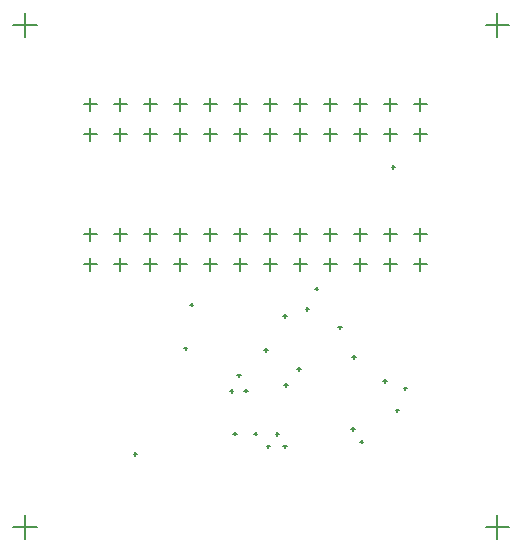
<source format=gbr>
%TF.GenerationSoftware,Altium Limited,Altium Designer,23.2.1 (34)*%
G04 Layer_Color=128*
%FSLAX45Y45*%
%MOMM*%
%TF.SameCoordinates,7D16A08E-AD26-414A-B05A-F9FA4662990C*%
%TF.FilePolarity,Positive*%
%TF.FileFunction,Drillmap*%
%TF.Part,Single*%
G01*
G75*
%TA.AperFunction,NonConductor*%
%ADD38C,0.12700*%
D38*
X6042006Y6332382D02*
X6152006D01*
X6097006Y6277382D02*
Y6387382D01*
X5788006Y6332382D02*
X5898006D01*
X5843006Y6277382D02*
Y6387382D01*
X6042006Y6078382D02*
X6152006D01*
X6097006Y6023382D02*
Y6133382D01*
X5788006Y6078382D02*
X5898006D01*
X5843006Y6023382D02*
Y6133382D01*
X5280006Y6332382D02*
X5390006D01*
X5335006Y6277382D02*
Y6387382D01*
X5280006Y6078382D02*
X5390006D01*
X5335006Y6023382D02*
Y6133382D01*
X4772006Y6332382D02*
X4882006D01*
X4827006Y6277382D02*
Y6387382D01*
X4772006Y6078382D02*
X4882006D01*
X4827006Y6023382D02*
Y6133382D01*
X4010006Y6332382D02*
X4120006D01*
X4065006Y6277382D02*
Y6387382D01*
X4010006Y6078382D02*
X4120006D01*
X4065006Y6023382D02*
Y6133382D01*
X3756006Y6332382D02*
X3866006D01*
X3811006Y6277382D02*
Y6387382D01*
X3756006Y6078382D02*
X3866006D01*
X3811006Y6023382D02*
Y6133382D01*
X3248006Y6078382D02*
X3358006D01*
X3303006Y6023382D02*
Y6133382D01*
X3248006Y6332382D02*
X3358006D01*
X3303006Y6277382D02*
Y6387382D01*
X3502006Y6078382D02*
X3612006D01*
X3557006Y6023382D02*
Y6133382D01*
X3502006Y6332382D02*
X3612006D01*
X3557006Y6277382D02*
Y6387382D01*
X4264006Y6078382D02*
X4374006D01*
X4319006Y6023382D02*
Y6133382D01*
X4264006Y6332382D02*
X4374006D01*
X4319006Y6277382D02*
Y6387382D01*
X4518006Y6078382D02*
X4628006D01*
X4573006Y6023382D02*
Y6133382D01*
X4518006Y6332382D02*
X4628006D01*
X4573006Y6277382D02*
Y6387382D01*
X5026006Y6078382D02*
X5136006D01*
X5081006Y6023382D02*
Y6133382D01*
X5026006Y6332382D02*
X5136006D01*
X5081006Y6277382D02*
Y6387382D01*
X5534006Y6078382D02*
X5644006D01*
X5589006Y6023382D02*
Y6133382D01*
X5534006Y6332382D02*
X5644006D01*
X5589006Y6277382D02*
Y6387382D01*
X6042001Y5232374D02*
X6152001D01*
X6097001Y5177374D02*
Y5287374D01*
X5788001Y5232374D02*
X5898001D01*
X5843001Y5177374D02*
Y5287374D01*
X6042001Y4978374D02*
X6152001D01*
X6097001Y4923374D02*
Y5033374D01*
X5788001Y4978374D02*
X5898001D01*
X5843001Y4923374D02*
Y5033374D01*
X5280001Y5232374D02*
X5390001D01*
X5335001Y5177374D02*
Y5287374D01*
X5280001Y4978374D02*
X5390001D01*
X5335001Y4923374D02*
Y5033374D01*
X4772001Y5232374D02*
X4882001D01*
X4827001Y5177374D02*
Y5287374D01*
X4772001Y4978374D02*
X4882001D01*
X4827001Y4923374D02*
Y5033374D01*
X4010001Y5232374D02*
X4120001D01*
X4065001Y5177374D02*
Y5287374D01*
X4010001Y4978374D02*
X4120001D01*
X4065001Y4923374D02*
Y5033374D01*
X3756001Y5232374D02*
X3866001D01*
X3811001Y5177374D02*
Y5287374D01*
X3756001Y4978374D02*
X3866001D01*
X3811001Y4923374D02*
Y5033374D01*
X3248001Y4978374D02*
X3358001D01*
X3303001Y4923374D02*
Y5033374D01*
X3248001Y5232374D02*
X3358001D01*
X3303001Y5177374D02*
Y5287374D01*
X3502001Y4978374D02*
X3612001D01*
X3557001Y4923374D02*
Y5033374D01*
X3502001Y5232374D02*
X3612001D01*
X3557001Y5177374D02*
Y5287374D01*
X4264001Y4978374D02*
X4374001D01*
X4319001Y4923374D02*
Y5033374D01*
X4264001Y5232374D02*
X4374001D01*
X4319001Y5177374D02*
Y5287374D01*
X4518001Y4978374D02*
X4628001D01*
X4573001Y4923374D02*
Y5033374D01*
X4518001Y5232374D02*
X4628001D01*
X4573001Y5177374D02*
Y5287374D01*
X5026001Y4978374D02*
X5136001D01*
X5081001Y4923374D02*
Y5033374D01*
X5026001Y5232374D02*
X5136001D01*
X5081001Y5177374D02*
Y5287374D01*
X5534001Y4978374D02*
X5644001D01*
X5589001Y4923374D02*
Y5033374D01*
X5534001Y5232374D02*
X5644001D01*
X5589001Y5177374D02*
Y5287374D01*
X2650000Y7000000D02*
X2850000D01*
X2750000Y6900000D02*
Y7100000D01*
X6650000Y7000000D02*
X6850000D01*
X6750000Y6900000D02*
Y7100000D01*
X6650000Y2750000D02*
X6850000D01*
X6750000Y2650000D02*
Y2850000D01*
X2650000Y2750000D02*
X2850000D01*
X2750000Y2650000D02*
Y2850000D01*
X5400001Y4442480D02*
X5430001D01*
X5415001Y4427480D02*
Y4457480D01*
X4775000Y4250000D02*
X4805000D01*
X4790000Y4235000D02*
Y4265000D01*
X4946231Y3954150D02*
X4976231D01*
X4961231Y3939150D02*
Y3969150D01*
X5125000Y4600000D02*
X5155000D01*
X5140000Y4585000D02*
Y4615000D01*
X4935000Y4540000D02*
X4965000D01*
X4950000Y4525000D02*
Y4555000D01*
X4095001Y4265380D02*
X4125001D01*
X4110001Y4250380D02*
Y4280380D01*
X4145001Y4635380D02*
X4175001D01*
X4160001Y4620380D02*
Y4650380D01*
X4485001Y3905380D02*
X4515001D01*
X4500001Y3890380D02*
Y3920380D01*
X4545001Y4035380D02*
X4575001D01*
X4560001Y4020380D02*
Y4050380D01*
X5052645Y4089282D02*
X5082645D01*
X5067645Y4074282D02*
Y4104282D01*
X4935001Y3435380D02*
X4965001D01*
X4950001Y3420380D02*
Y3450380D01*
X4871600Y3538240D02*
X4901600D01*
X4886600Y3523240D02*
Y3553240D01*
X4686901Y3543320D02*
X4716901D01*
X4701901Y3528320D02*
Y3558320D01*
X4795001Y3435380D02*
X4825001D01*
X4810001Y3420380D02*
Y3450380D01*
X5783673Y3988080D02*
X5813673D01*
X5798673Y3973080D02*
Y4003080D01*
X5955001Y3925380D02*
X5985001D01*
X5970001Y3910380D02*
Y3940380D01*
X4605657Y3906540D02*
X4635656D01*
X4620656Y3891540D02*
Y3921540D01*
X5887681Y3738900D02*
X5917681D01*
X5902681Y3723900D02*
Y3753900D01*
X3670261Y3368060D02*
X3700261D01*
X3685261Y3353060D02*
Y3383060D01*
X5854661Y5798840D02*
X5884661D01*
X5869661Y5783840D02*
Y5813840D01*
X5514301Y3581420D02*
X5544301D01*
X5529301Y3566420D02*
Y3596420D01*
X5584999Y3474740D02*
X5614999D01*
X5599999Y3459740D02*
Y3489740D01*
X5204421Y4770140D02*
X5234421D01*
X5219421Y4755140D02*
Y4785140D01*
X4513541Y3543762D02*
X4543541D01*
X4528541Y3528762D02*
Y3558762D01*
X5521921Y4193083D02*
X5551921D01*
X5536921Y4178083D02*
Y4208083D01*
%TF.MD5,c6f07e005bba2c9214ba1d8052759bc4*%
M02*

</source>
